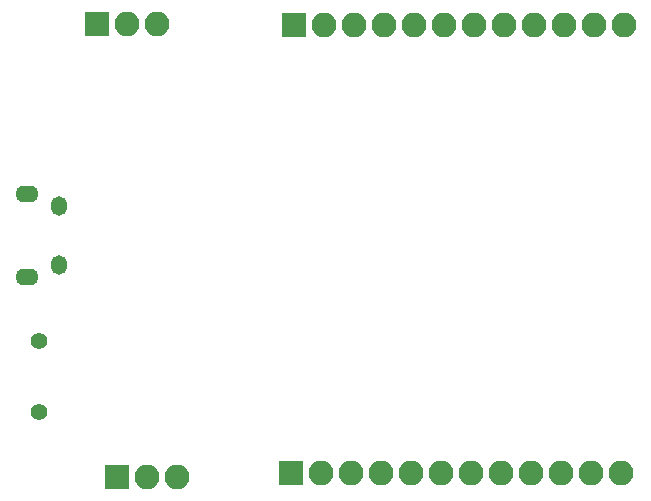
<source format=gbs>
G04 #@! TF.GenerationSoftware,KiCad,Pcbnew,no-vcs-found-aeac415~59~ubuntu16.04.1*
G04 #@! TF.CreationDate,2017-08-23T23:17:54+02:00*
G04 #@! TF.ProjectId,GhostESP32,47686F737445535033322E6B69636164,rev?*
G04 #@! TF.SameCoordinates,Original*
G04 #@! TF.FileFunction,Soldermask,Bot*
G04 #@! TF.FilePolarity,Negative*
%FSLAX46Y46*%
G04 Gerber Fmt 4.6, Leading zero omitted, Abs format (unit mm)*
G04 Created by KiCad (PCBNEW no-vcs-found-aeac415~59~ubuntu16.04.1) date Wed Aug 23 23:17:54 2017*
%MOMM*%
%LPD*%
G01*
G04 APERTURE LIST*
%ADD10R,2.100000X2.100000*%
%ADD11O,2.100000X2.100000*%
%ADD12O,1.950000X1.400000*%
%ADD13O,1.350000X1.650000*%
%ADD14C,1.400000*%
G04 APERTURE END LIST*
D10*
X125600000Y-125000000D03*
D11*
X128140000Y-125000000D03*
X130680000Y-125000000D03*
D12*
X117950000Y-108100000D03*
X117950000Y-101100000D03*
D13*
X120650000Y-107100000D03*
X120650000Y-102100000D03*
D14*
X119000000Y-119500000D03*
X119000000Y-113500000D03*
D11*
X128980000Y-86700000D03*
X126440000Y-86700000D03*
D10*
X123900000Y-86700000D03*
X140300000Y-124700000D03*
D11*
X142840000Y-124700000D03*
X145380000Y-124700000D03*
X147920000Y-124700000D03*
X150460000Y-124700000D03*
X153000000Y-124700000D03*
X155540000Y-124700000D03*
X158080000Y-124700000D03*
X160620000Y-124700000D03*
X163160000Y-124700000D03*
X165700000Y-124700000D03*
X168240000Y-124700000D03*
X168460000Y-86800000D03*
X165920000Y-86800000D03*
X163380000Y-86800000D03*
X160840000Y-86800000D03*
X158300000Y-86800000D03*
X155760000Y-86800000D03*
X153220000Y-86800000D03*
X150680000Y-86800000D03*
X148140000Y-86800000D03*
X145600000Y-86800000D03*
X143060000Y-86800000D03*
D10*
X140520000Y-86800000D03*
M02*

</source>
